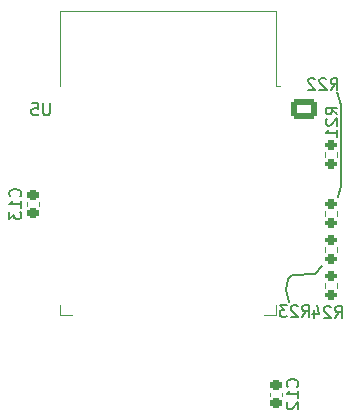
<source format=gbo>
G04 #@! TF.GenerationSoftware,KiCad,Pcbnew,6.0.0-d3dd2cf0fa~116~ubuntu18.04.1*
G04 #@! TF.CreationDate,2023-02-13T16:22:56+00:00*
G04 #@! TF.ProjectId,RemoteESP32,52656d6f-7465-4455-9350-33322e6b6963,rev?*
G04 #@! TF.SameCoordinates,Original*
G04 #@! TF.FileFunction,Legend,Bot*
G04 #@! TF.FilePolarity,Positive*
%FSLAX46Y46*%
G04 Gerber Fmt 4.6, Leading zero omitted, Abs format (unit mm)*
G04 Created by KiCad (PCBNEW 6.0.0-d3dd2cf0fa~116~ubuntu18.04.1) date 2023-02-13 16:22:56*
%MOMM*%
%LPD*%
G01*
G04 APERTURE LIST*
G04 Aperture macros list*
%AMRoundRect*
0 Rectangle with rounded corners*
0 $1 Rounding radius*
0 $2 $3 $4 $5 $6 $7 $8 $9 X,Y pos of 4 corners*
0 Add a 4 corners polygon primitive as box body*
4,1,4,$2,$3,$4,$5,$6,$7,$8,$9,$2,$3,0*
0 Add four circle primitives for the rounded corners*
1,1,$1+$1,$2,$3*
1,1,$1+$1,$4,$5*
1,1,$1+$1,$6,$7*
1,1,$1+$1,$8,$9*
0 Add four rect primitives between the rounded corners*
20,1,$1+$1,$2,$3,$4,$5,0*
20,1,$1+$1,$4,$5,$6,$7,0*
20,1,$1+$1,$6,$7,$8,$9,0*
20,1,$1+$1,$8,$9,$2,$3,0*%
G04 Aperture macros list end*
%ADD10C,0.150000*%
%ADD11C,0.120000*%
%ADD12R,1.200000X1.200000*%
%ADD13C,1.000000*%
%ADD14R,1.700000X1.700000*%
%ADD15O,1.700000X1.700000*%
%ADD16C,2.200000*%
%ADD17R,1.600000X1.600000*%
%ADD18C,1.600000*%
%ADD19RoundRect,0.250000X0.845000X-0.620000X0.845000X0.620000X-0.845000X0.620000X-0.845000X-0.620000X0*%
%ADD20O,2.190000X1.740000*%
%ADD21RoundRect,0.250000X-0.845000X0.620000X-0.845000X-0.620000X0.845000X-0.620000X0.845000X0.620000X0*%
%ADD22RoundRect,0.200000X-0.275000X0.200000X-0.275000X-0.200000X0.275000X-0.200000X0.275000X0.200000X0*%
%ADD23RoundRect,0.225000X-0.250000X0.225000X-0.250000X-0.225000X0.250000X-0.225000X0.250000X0.225000X0*%
%ADD24R,2.000000X0.900000*%
%ADD25R,0.900000X2.000000*%
%ADD26R,5.000000X5.000000*%
%ADD27RoundRect,0.200000X0.275000X-0.200000X0.275000X0.200000X-0.275000X0.200000X-0.275000X-0.200000X0*%
%ADD28RoundRect,0.225000X0.250000X-0.225000X0.250000X0.225000X-0.250000X0.225000X-0.250000X-0.225000X0*%
G04 APERTURE END LIST*
D10*
X152603200Y-99314000D02*
X152755600Y-98348800D01*
X152755600Y-98348800D02*
X153111200Y-98044000D01*
X153111200Y-98044000D02*
X154990800Y-97942400D01*
X157226000Y-90551000D02*
X156972000Y-91440000D01*
X152806400Y-100330000D02*
X152603200Y-99314000D01*
X156845000Y-82550000D02*
X157226000Y-83693000D01*
X154990800Y-97942400D02*
X155651200Y-97282000D01*
X157226000Y-83693000D02*
X157226000Y-90551000D01*
X156916380Y-84447142D02*
X156440190Y-84113809D01*
X156916380Y-83875714D02*
X155916380Y-83875714D01*
X155916380Y-84256666D01*
X155964000Y-84351904D01*
X156011619Y-84399523D01*
X156106857Y-84447142D01*
X156249714Y-84447142D01*
X156344952Y-84399523D01*
X156392571Y-84351904D01*
X156440190Y-84256666D01*
X156440190Y-83875714D01*
X156011619Y-84828095D02*
X155964000Y-84875714D01*
X155916380Y-84970952D01*
X155916380Y-85209047D01*
X155964000Y-85304285D01*
X156011619Y-85351904D01*
X156106857Y-85399523D01*
X156202095Y-85399523D01*
X156344952Y-85351904D01*
X156916380Y-84780476D01*
X156916380Y-85399523D01*
X156916380Y-86351904D02*
X156916380Y-85780476D01*
X156916380Y-86066190D02*
X155916380Y-86066190D01*
X156059238Y-85970952D01*
X156154476Y-85875714D01*
X156202095Y-85780476D01*
X130041942Y-91396342D02*
X130089561Y-91348723D01*
X130137180Y-91205866D01*
X130137180Y-91110628D01*
X130089561Y-90967771D01*
X129994323Y-90872533D01*
X129899085Y-90824914D01*
X129708609Y-90777295D01*
X129565752Y-90777295D01*
X129375276Y-90824914D01*
X129280038Y-90872533D01*
X129184800Y-90967771D01*
X129137180Y-91110628D01*
X129137180Y-91205866D01*
X129184800Y-91348723D01*
X129232419Y-91396342D01*
X130137180Y-92348723D02*
X130137180Y-91777295D01*
X130137180Y-92063009D02*
X129137180Y-92063009D01*
X129280038Y-91967771D01*
X129375276Y-91872533D01*
X129422895Y-91777295D01*
X129137180Y-92682057D02*
X129137180Y-93301104D01*
X129518133Y-92967771D01*
X129518133Y-93110628D01*
X129565752Y-93205866D01*
X129613371Y-93253485D01*
X129708609Y-93301104D01*
X129946704Y-93301104D01*
X130041942Y-93253485D01*
X130089561Y-93205866D01*
X130137180Y-93110628D01*
X130137180Y-92824914D01*
X130089561Y-92729676D01*
X130041942Y-92682057D01*
X132587904Y-83526380D02*
X132587904Y-84335904D01*
X132540285Y-84431142D01*
X132492666Y-84478761D01*
X132397428Y-84526380D01*
X132206952Y-84526380D01*
X132111714Y-84478761D01*
X132064095Y-84431142D01*
X132016476Y-84335904D01*
X132016476Y-83526380D01*
X131064095Y-83526380D02*
X131540285Y-83526380D01*
X131587904Y-84002571D01*
X131540285Y-83954952D01*
X131445047Y-83907333D01*
X131206952Y-83907333D01*
X131111714Y-83954952D01*
X131064095Y-84002571D01*
X131016476Y-84097809D01*
X131016476Y-84335904D01*
X131064095Y-84431142D01*
X131111714Y-84478761D01*
X131206952Y-84526380D01*
X131445047Y-84526380D01*
X131540285Y-84478761D01*
X131587904Y-84431142D01*
X156344857Y-82367380D02*
X156678190Y-81891190D01*
X156916285Y-82367380D02*
X156916285Y-81367380D01*
X156535333Y-81367380D01*
X156440095Y-81415000D01*
X156392476Y-81462619D01*
X156344857Y-81557857D01*
X156344857Y-81700714D01*
X156392476Y-81795952D01*
X156440095Y-81843571D01*
X156535333Y-81891190D01*
X156916285Y-81891190D01*
X155963904Y-81462619D02*
X155916285Y-81415000D01*
X155821047Y-81367380D01*
X155582952Y-81367380D01*
X155487714Y-81415000D01*
X155440095Y-81462619D01*
X155392476Y-81557857D01*
X155392476Y-81653095D01*
X155440095Y-81795952D01*
X156011523Y-82367380D01*
X155392476Y-82367380D01*
X155011523Y-81462619D02*
X154963904Y-81415000D01*
X154868666Y-81367380D01*
X154630571Y-81367380D01*
X154535333Y-81415000D01*
X154487714Y-81462619D01*
X154440095Y-81557857D01*
X154440095Y-81653095D01*
X154487714Y-81795952D01*
X155059142Y-82367380D01*
X154440095Y-82367380D01*
X153931857Y-101595180D02*
X154265190Y-101118990D01*
X154503285Y-101595180D02*
X154503285Y-100595180D01*
X154122333Y-100595180D01*
X154027095Y-100642800D01*
X153979476Y-100690419D01*
X153931857Y-100785657D01*
X153931857Y-100928514D01*
X153979476Y-101023752D01*
X154027095Y-101071371D01*
X154122333Y-101118990D01*
X154503285Y-101118990D01*
X153550904Y-100690419D02*
X153503285Y-100642800D01*
X153408047Y-100595180D01*
X153169952Y-100595180D01*
X153074714Y-100642800D01*
X153027095Y-100690419D01*
X152979476Y-100785657D01*
X152979476Y-100880895D01*
X153027095Y-101023752D01*
X153598523Y-101595180D01*
X152979476Y-101595180D01*
X152646142Y-100595180D02*
X152027095Y-100595180D01*
X152360428Y-100976133D01*
X152217571Y-100976133D01*
X152122333Y-101023752D01*
X152074714Y-101071371D01*
X152027095Y-101166609D01*
X152027095Y-101404704D01*
X152074714Y-101499942D01*
X152122333Y-101547561D01*
X152217571Y-101595180D01*
X152503285Y-101595180D01*
X152598523Y-101547561D01*
X152646142Y-101499942D01*
X153526742Y-107499942D02*
X153574361Y-107452323D01*
X153621980Y-107309466D01*
X153621980Y-107214228D01*
X153574361Y-107071371D01*
X153479123Y-106976133D01*
X153383885Y-106928514D01*
X153193409Y-106880895D01*
X153050552Y-106880895D01*
X152860076Y-106928514D01*
X152764838Y-106976133D01*
X152669600Y-107071371D01*
X152621980Y-107214228D01*
X152621980Y-107309466D01*
X152669600Y-107452323D01*
X152717219Y-107499942D01*
X153621980Y-108452323D02*
X153621980Y-107880895D01*
X153621980Y-108166609D02*
X152621980Y-108166609D01*
X152764838Y-108071371D01*
X152860076Y-107976133D01*
X152907695Y-107880895D01*
X152717219Y-108833276D02*
X152669600Y-108880895D01*
X152621980Y-108976133D01*
X152621980Y-109214228D01*
X152669600Y-109309466D01*
X152717219Y-109357085D01*
X152812457Y-109404704D01*
X152907695Y-109404704D01*
X153050552Y-109357085D01*
X153621980Y-108785657D01*
X153621980Y-109404704D01*
X156725857Y-101671380D02*
X157059190Y-101195190D01*
X157297285Y-101671380D02*
X157297285Y-100671380D01*
X156916333Y-100671380D01*
X156821095Y-100719000D01*
X156773476Y-100766619D01*
X156725857Y-100861857D01*
X156725857Y-101004714D01*
X156773476Y-101099952D01*
X156821095Y-101147571D01*
X156916333Y-101195190D01*
X157297285Y-101195190D01*
X156344904Y-100766619D02*
X156297285Y-100719000D01*
X156202047Y-100671380D01*
X155963952Y-100671380D01*
X155868714Y-100719000D01*
X155821095Y-100766619D01*
X155773476Y-100861857D01*
X155773476Y-100957095D01*
X155821095Y-101099952D01*
X156392523Y-101671380D01*
X155773476Y-101671380D01*
X154916333Y-101004714D02*
X154916333Y-101671380D01*
X155154428Y-100623761D02*
X155392523Y-101338047D01*
X154773476Y-101338047D01*
D11*
X156884900Y-87595942D02*
X156884900Y-88070458D01*
X155839900Y-87595942D02*
X155839900Y-88070458D01*
X130604800Y-91898620D02*
X130604800Y-92179780D01*
X131624800Y-91898620D02*
X131624800Y-92179780D01*
X151715600Y-100631200D02*
X151715600Y-101411200D01*
X151715600Y-75666200D02*
X151715600Y-82086200D01*
X151715600Y-75666200D02*
X133475600Y-75666200D01*
X151715600Y-101411200D02*
X150715600Y-101411200D01*
X151715600Y-82086200D02*
X152095600Y-82086200D01*
X133475600Y-100631200D02*
X133475600Y-101411200D01*
X133475600Y-75666200D02*
X133475600Y-82086200D01*
X133475600Y-101411200D02*
X134475600Y-101411200D01*
X156884900Y-93089258D02*
X156884900Y-92614742D01*
X155839900Y-93089258D02*
X155839900Y-92614742D01*
X155839900Y-95662742D02*
X155839900Y-96137258D01*
X156884900Y-95662742D02*
X156884900Y-96137258D01*
X151229600Y-108283380D02*
X151229600Y-108002220D01*
X152249600Y-108283380D02*
X152249600Y-108002220D01*
X156884900Y-98698542D02*
X156884900Y-99173058D01*
X155839900Y-98698542D02*
X155839900Y-99173058D01*
%LPC*%
D12*
X138411200Y-106671600D03*
X138411200Y-110671600D03*
D13*
X147161200Y-109941600D03*
X147161200Y-107401600D03*
D14*
X155600400Y-103418400D03*
D15*
X153060400Y-103418400D03*
X150520400Y-103418400D03*
X147980400Y-103418400D03*
X145440400Y-103418400D03*
X142900400Y-103418400D03*
D16*
X155346400Y-132689600D03*
X130352800Y-132689600D03*
X155346400Y-77825600D03*
D17*
X152348600Y-112556600D03*
D18*
X149098600Y-115006600D03*
D19*
X131826000Y-118810800D03*
D20*
X131826000Y-116270800D03*
X131826000Y-113730800D03*
D16*
X130352800Y-77825600D03*
D21*
X154127200Y-84012800D03*
D20*
X154127200Y-86552800D03*
X154127200Y-89092800D03*
X154127200Y-91632800D03*
X154127200Y-94172800D03*
X154127200Y-96712800D03*
X154127200Y-99252800D03*
D22*
X156362400Y-87008200D03*
X156362400Y-88658200D03*
D23*
X131114800Y-91264200D03*
X131114800Y-92814200D03*
D24*
X151095600Y-83276200D03*
X151095600Y-84546200D03*
X151095600Y-85816200D03*
X151095600Y-87086200D03*
X151095600Y-88356200D03*
X151095600Y-89626200D03*
X151095600Y-90896200D03*
X151095600Y-92166200D03*
X151095600Y-93436200D03*
X151095600Y-94706200D03*
X151095600Y-95976200D03*
X151095600Y-97246200D03*
X151095600Y-98516200D03*
X151095600Y-99786200D03*
D25*
X148310600Y-100786200D03*
X147040600Y-100786200D03*
X145770600Y-100786200D03*
X144500600Y-100786200D03*
X143230600Y-100786200D03*
X141960600Y-100786200D03*
X140690600Y-100786200D03*
X139420600Y-100786200D03*
X138150600Y-100786200D03*
X136880600Y-100786200D03*
D24*
X134095600Y-99786200D03*
X134095600Y-98516200D03*
X134095600Y-97246200D03*
X134095600Y-95976200D03*
X134095600Y-94706200D03*
X134095600Y-93436200D03*
X134095600Y-92166200D03*
X134095600Y-90896200D03*
X134095600Y-89626200D03*
X134095600Y-88356200D03*
X134095600Y-87086200D03*
X134095600Y-85816200D03*
X134095600Y-84546200D03*
X134095600Y-83276200D03*
D26*
X143595600Y-90776200D03*
D27*
X156362400Y-93677000D03*
X156362400Y-92027000D03*
D22*
X156362400Y-95075000D03*
X156362400Y-96725000D03*
D28*
X151739600Y-108917800D03*
X151739600Y-107367800D03*
D22*
X156362400Y-98110800D03*
X156362400Y-99760800D03*
M02*

</source>
